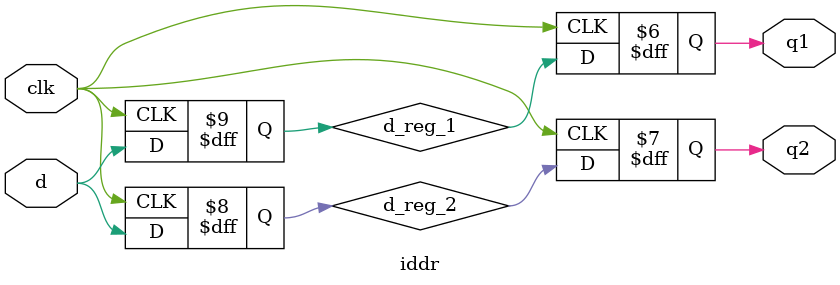
<source format=sv>
module iddr #(
  parameter INPUT_WIDTH = 1
  )(
  input wire clk,
  input wire [INPUT_WIDTH - 1 : 0] d,
  output reg [INPUT_WIDTH - 1: 0 ] q1,
  output reg [INPUT_WIDTH - 1 : 0] q2
  );
  reg [INPUT_WIDTH - 1: 0] d_reg_1 = '0;
  reg [INPUT_WIDTH - 1: 0] d_reg_2 = '0;
  always @(posedge clk) begin
    d_reg_1 <= d;
  end
  always @(negedge clk) begin
    d_reg_2 <= d;
  end

  always @(posedge clk) begin
    q1 <= d_reg_1;
    q2 <= d_reg_2;
  end
endmodule

</source>
